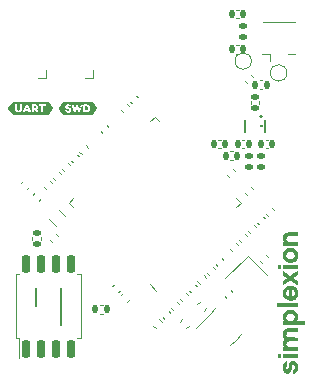
<source format=gbr>
%TF.GenerationSoftware,KiCad,Pcbnew,7.0.1*%
%TF.CreationDate,2023-06-21T14:48:41+02:00*%
%TF.ProjectId,rtl872xd-dev-board,72746c38-3732-4786-942d-6465762d626f,0.1.0*%
%TF.SameCoordinates,Original*%
%TF.FileFunction,Legend,Top*%
%TF.FilePolarity,Positive*%
%FSLAX46Y46*%
G04 Gerber Fmt 4.6, Leading zero omitted, Abs format (unit mm)*
G04 Created by KiCad (PCBNEW 7.0.1) date 2023-06-21 14:48:41*
%MOMM*%
%LPD*%
G01*
G04 APERTURE LIST*
G04 Aperture macros list*
%AMRoundRect*
0 Rectangle with rounded corners*
0 $1 Rounding radius*
0 $2 $3 $4 $5 $6 $7 $8 $9 X,Y pos of 4 corners*
0 Add a 4 corners polygon primitive as box body*
4,1,4,$2,$3,$4,$5,$6,$7,$8,$9,$2,$3,0*
0 Add four circle primitives for the rounded corners*
1,1,$1+$1,$2,$3*
1,1,$1+$1,$4,$5*
1,1,$1+$1,$6,$7*
1,1,$1+$1,$8,$9*
0 Add four rect primitives between the rounded corners*
20,1,$1+$1,$2,$3,$4,$5,0*
20,1,$1+$1,$4,$5,$6,$7,0*
20,1,$1+$1,$6,$7,$8,$9,0*
20,1,$1+$1,$8,$9,$2,$3,0*%
%AMHorizOval*
0 Thick line with rounded ends*
0 $1 width*
0 $2 $3 position (X,Y) of the first rounded end (center of the circle)*
0 $4 $5 position (X,Y) of the second rounded end (center of the circle)*
0 Add line between two ends*
20,1,$1,$2,$3,$4,$5,0*
0 Add two circle primitives to create the rounded ends*
1,1,$1,$2,$3*
1,1,$1,$4,$5*%
%AMRotRect*
0 Rectangle, with rotation*
0 The origin of the aperture is its center*
0 $1 length*
0 $2 width*
0 $3 Rotation angle, in degrees counterclockwise*
0 Add horizontal line*
21,1,$1,$2,0,0,$3*%
G04 Aperture macros list end*
%ADD10C,0.120000*%
%ADD11C,0.152000*%
%ADD12C,0.150000*%
%ADD13RoundRect,0.101600X-0.175000X-1.250000X0.175000X-1.250000X0.175000X1.250000X-0.175000X1.250000X0*%
%ADD14C,5.703200*%
%ADD15RoundRect,0.218750X0.424264X0.114905X0.114905X0.424264X-0.424264X-0.114905X-0.114905X-0.424264X0*%
%ADD16RoundRect,0.140000X-0.219203X-0.021213X-0.021213X-0.219203X0.219203X0.021213X0.021213X0.219203X0*%
%ADD17RoundRect,0.140000X0.219203X0.021213X0.021213X0.219203X-0.219203X-0.021213X-0.021213X-0.219203X0*%
%ADD18HorizOval,0.200000X-0.194454X0.194454X0.194454X-0.194454X0*%
%ADD19HorizOval,0.200000X0.194454X0.194454X-0.194454X-0.194454X0*%
%ADD20RotRect,1.550000X1.482500X135.000000*%
%ADD21RoundRect,0.147500X0.172500X-0.147500X0.172500X0.147500X-0.172500X0.147500X-0.172500X-0.147500X0*%
%ADD22RoundRect,0.140000X0.140000X0.170000X-0.140000X0.170000X-0.140000X-0.170000X0.140000X-0.170000X0*%
%ADD23C,1.000000*%
%ADD24RoundRect,0.140000X0.170000X-0.140000X0.170000X0.140000X-0.170000X0.140000X-0.170000X-0.140000X0*%
%ADD25RoundRect,0.140000X-0.140000X-0.170000X0.140000X-0.170000X0.140000X0.170000X-0.140000X0.170000X0*%
%ADD26RoundRect,0.150000X0.150000X-0.650000X0.150000X0.650000X-0.150000X0.650000X-0.150000X-0.650000X0*%
%ADD27RoundRect,0.135000X0.035355X-0.226274X0.226274X-0.035355X-0.035355X0.226274X-0.226274X0.035355X0*%
%ADD28R,1.000000X1.050000*%
%ADD29R,1.050000X2.200000*%
%ADD30RoundRect,0.140000X-0.021213X0.219203X-0.219203X0.021213X0.021213X-0.219203X0.219203X-0.021213X0*%
%ADD31RoundRect,0.140000X0.021213X-0.219203X0.219203X-0.021213X-0.021213X0.219203X-0.219203X0.021213X0*%
%ADD32RoundRect,0.150000X-0.309359X-0.521491X0.521491X0.309359X0.309359X0.521491X-0.521491X-0.309359X0*%
%ADD33RoundRect,0.135000X-0.035355X0.226274X-0.226274X0.035355X0.035355X-0.226274X0.226274X-0.035355X0*%
%ADD34R,0.280000X0.600000*%
%ADD35R,1.700000X0.300000*%
%ADD36R,0.280000X0.265000*%
%ADD37RoundRect,0.135000X-0.226274X-0.035355X-0.035355X-0.226274X0.226274X0.035355X0.035355X0.226274X0*%
%ADD38C,0.990600*%
%ADD39C,0.787400*%
%ADD40RoundRect,0.135000X0.226274X0.035355X0.035355X0.226274X-0.226274X-0.035355X-0.035355X-0.226274X0*%
%ADD41RotRect,0.900000X0.800000X225.000000*%
%ADD42RoundRect,0.135000X-0.135000X-0.185000X0.135000X-0.185000X0.135000X0.185000X-0.135000X0.185000X0*%
G04 APERTURE END LIST*
D10*
%TO.C,L4*%
X118636597Y-127928555D02*
X118071446Y-127363404D01*
X119428556Y-127136596D02*
X118863405Y-126571445D01*
%TO.C,C22*%
X135428307Y-127919190D02*
X135580810Y-128071693D01*
X134919190Y-128428307D02*
X135071693Y-128580810D01*
%TO.C,C6*%
X134821693Y-115830810D02*
X134669190Y-115678307D01*
X135330810Y-115321693D02*
X135178307Y-115169190D01*
%TO.C,C28*%
X122928307Y-119419190D02*
X123080810Y-119571693D01*
X122419190Y-119928307D02*
X122571693Y-120080810D01*
%TO.C,C14*%
X129321693Y-134330810D02*
X129169190Y-134178307D01*
X129830810Y-133821693D02*
X129678307Y-133669190D01*
%TO.C,U1*%
X134283200Y-126000000D02*
X133894291Y-126388909D01*
X126611091Y-132894291D02*
X127159099Y-133442299D01*
X133894291Y-125611091D02*
X134283200Y-126000000D01*
X120105709Y-126388909D02*
X119716800Y-126000000D01*
X127388909Y-119105709D02*
X127000000Y-118716800D01*
X119716800Y-126000000D02*
X120105709Y-125611091D01*
X127000000Y-118716800D02*
X126611091Y-119105709D01*
%TO.C,C19*%
X131928307Y-131419190D02*
X132080810Y-131571693D01*
X131419190Y-131928307D02*
X131571693Y-132080810D01*
%TO.C,C7*%
X134107836Y-113360000D02*
X133892164Y-113360000D01*
X134107836Y-112640000D02*
X133892164Y-112640000D01*
%TO.C,C31*%
X118928307Y-123419190D02*
X119080810Y-123571693D01*
X118419190Y-123928307D02*
X118571693Y-124080810D01*
%TO.C,C8*%
X134107836Y-110360000D02*
X133892164Y-110360000D01*
X134107836Y-109640000D02*
X133892164Y-109640000D01*
%TO.C,C24*%
X136571693Y-127080810D02*
X136419190Y-126928307D01*
X137080810Y-126571693D02*
X136928307Y-126419190D01*
%TO.C,TP1*%
X138200000Y-115000000D02*
G75*
G03*
X138200000Y-115000000I-700000J0D01*
G01*
%TO.C,C5*%
X135140000Y-117607836D02*
X135140000Y-117392164D01*
X135860000Y-117607836D02*
X135860000Y-117392164D01*
%TO.C,C13*%
X128571693Y-135080810D02*
X128419190Y-134928307D01*
X129080810Y-134571693D02*
X128928307Y-134419190D01*
%TO.C,C21*%
X134678307Y-128669190D02*
X134830810Y-128821693D01*
X134169190Y-129178307D02*
X134321693Y-129330810D01*
%TO.C,C17*%
X130071693Y-133580810D02*
X129919190Y-133428307D01*
X130580810Y-133071693D02*
X130428307Y-132919190D01*
%TO.C,kibuzzard-6492E3B2*%
G36*
X116248540Y-118054293D02*
G01*
X116121857Y-118054293D01*
X116184722Y-117923800D01*
X116248540Y-118054293D01*
G37*
G36*
X116933388Y-117835694D02*
G01*
X116961010Y-117899035D01*
X116933388Y-117961900D01*
X116878142Y-117982855D01*
X116756222Y-117982855D01*
X116756222Y-117814262D01*
X116876237Y-117814262D01*
X116933388Y-117835694D01*
G37*
G36*
X117028161Y-118553720D02*
G01*
X116429039Y-118553720D01*
X115473681Y-118553720D01*
X115167452Y-118553720D01*
X114969015Y-118553720D01*
X114610663Y-118016192D01*
X115167452Y-118016192D01*
X115172275Y-118078343D01*
X115186741Y-118137160D01*
X115210851Y-118192643D01*
X115244605Y-118244793D01*
X115287348Y-118289560D01*
X115341284Y-118324803D01*
X115404149Y-118347663D01*
X115473681Y-118355283D01*
X115543333Y-118347782D01*
X115606555Y-118325279D01*
X115661086Y-118290632D01*
X115676321Y-118275272D01*
X115835155Y-118275272D01*
X115848966Y-118307658D01*
X115890400Y-118336233D01*
X115941359Y-118352425D01*
X115971839Y-118343376D01*
X115988984Y-118325755D01*
X116003747Y-118298132D01*
X116053277Y-118195263D01*
X116317120Y-118195263D01*
X116366650Y-118298132D01*
X116381414Y-118326708D01*
X116398559Y-118344805D01*
X116429039Y-118353377D01*
X116479997Y-118337185D01*
X116521431Y-118307896D01*
X116535242Y-118275272D01*
X116529527Y-118258128D01*
X116587630Y-118258128D01*
X116593345Y-118307658D01*
X116618586Y-118334089D01*
X116671450Y-118342900D01*
X116720504Y-118336471D01*
X116745745Y-118317183D01*
X116754794Y-118291941D01*
X116756222Y-118259080D01*
X116756222Y-118151448D01*
X116876237Y-118151448D01*
X116905765Y-118149542D01*
X116942807Y-118237278D01*
X116967572Y-118294746D01*
X116980060Y-118321945D01*
X116997681Y-118340519D01*
X117028161Y-118349567D01*
X117077215Y-118336233D01*
X117121506Y-118308610D01*
X117136270Y-118275272D01*
X117121982Y-118225743D01*
X117095312Y-118165100D01*
X117073723Y-118115252D01*
X117057213Y-118076200D01*
X117096900Y-118025612D01*
X117120712Y-117966557D01*
X117128650Y-117899035D01*
X117122459Y-117839980D01*
X117103885Y-117786640D01*
X117075786Y-117741396D01*
X117047687Y-117713297D01*
X117164845Y-117713297D01*
X117169607Y-117753302D01*
X117188657Y-117775686D01*
X117233425Y-117782830D01*
X117416305Y-117782830D01*
X117416305Y-118260985D01*
X117417734Y-118293846D01*
X117426306Y-118318611D01*
X117451071Y-118338138D01*
X117498220Y-118343853D01*
X117545845Y-118338138D01*
X117571086Y-118318611D01*
X117579659Y-118294322D01*
X117581087Y-118261938D01*
X117581087Y-117782830D01*
X117763015Y-117782830D01*
X117811593Y-117774257D01*
X117827785Y-117753779D01*
X117832547Y-117714250D01*
X117827785Y-117674245D01*
X117808735Y-117651861D01*
X117763968Y-117644717D01*
X117234377Y-117644717D01*
X117185800Y-117653290D01*
X117169607Y-117673769D01*
X117164845Y-117713297D01*
X117047687Y-117713297D01*
X117041020Y-117706630D01*
X116987786Y-117672763D01*
X116933493Y-117652443D01*
X116878142Y-117645670D01*
X116672402Y-117645670D01*
X116623349Y-117652099D01*
X116598107Y-117671387D01*
X116589059Y-117696629D01*
X116587630Y-117729490D01*
X116587630Y-118258128D01*
X116529527Y-118258128D01*
X116519050Y-118226695D01*
X116261875Y-117695200D01*
X116230442Y-117658052D01*
X116185675Y-117645670D01*
X116140431Y-117659005D01*
X116108522Y-117694247D01*
X115851347Y-118226695D01*
X115835155Y-118275272D01*
X115676321Y-118275272D01*
X115704662Y-118246698D01*
X115738833Y-118193834D01*
X115763241Y-118138113D01*
X115777886Y-118079534D01*
X115782767Y-118018097D01*
X115782767Y-117730442D01*
X115777052Y-117680912D01*
X115764670Y-117660910D01*
X115739905Y-117649480D01*
X115696566Y-117644717D01*
X115651322Y-117650432D01*
X115623700Y-117671387D01*
X115614175Y-117723775D01*
X115614175Y-118015240D01*
X115605602Y-118078819D01*
X115579885Y-118134302D01*
X115536784Y-118172879D01*
X115476062Y-118185737D01*
X115408435Y-118169545D01*
X115365572Y-118126682D01*
X115344141Y-118072866D01*
X115336997Y-118016192D01*
X115336997Y-117730442D01*
X115325567Y-117670435D01*
X115300802Y-117650432D01*
X115252225Y-117644717D01*
X115203647Y-117650432D01*
X115177930Y-117670435D01*
X115168881Y-117695676D01*
X115167452Y-117729490D01*
X115167452Y-118016192D01*
X114610663Y-118016192D01*
X114599868Y-118000000D01*
X114969015Y-117446280D01*
X115167452Y-117446280D01*
X117832547Y-117446280D01*
X118030985Y-117446280D01*
X118400132Y-118000000D01*
X118030985Y-118553720D01*
X117832547Y-118553720D01*
X117498220Y-118553720D01*
X117028161Y-118553720D01*
G37*
%TO.C,C25*%
X133607836Y-122360000D02*
X133392164Y-122360000D01*
X133607836Y-121640000D02*
X133392164Y-121640000D01*
%TO.C,C27*%
X125428307Y-116919190D02*
X125580810Y-117071693D01*
X124919190Y-117428307D02*
X125071693Y-117580810D01*
%TO.C,C26*%
X132392164Y-120640000D02*
X132607836Y-120640000D01*
X132392164Y-121360000D02*
X132607836Y-121360000D01*
%TO.C,C2*%
X135178307Y-124669190D02*
X135330810Y-124821693D01*
X134669190Y-125178307D02*
X134821693Y-125330810D01*
%TO.C,U2*%
X115275000Y-137475000D02*
X115535000Y-137475000D01*
X115535000Y-137475000D02*
X115535000Y-139150000D01*
X120725000Y-137475000D02*
X120465000Y-137475000D01*
X115275000Y-134750000D02*
X115275000Y-137475000D01*
X115275000Y-134750000D02*
X115275000Y-132025000D01*
X120725000Y-134750000D02*
X120725000Y-137475000D01*
X120725000Y-134750000D02*
X120725000Y-132025000D01*
X115275000Y-132025000D02*
X115535000Y-132025000D01*
X120725000Y-132025000D02*
X120465000Y-132025000D01*
%TO.C,R5*%
X124122659Y-133839940D02*
X124339940Y-133622659D01*
X124660060Y-134377341D02*
X124877341Y-134160060D01*
%TO.C,G\u002A\u002A\u002A*%
G36*
X137738447Y-138979717D02*
G01*
X137738447Y-139143974D01*
X137589124Y-139143974D01*
X137439800Y-139143974D01*
X137439800Y-138979717D01*
X137439800Y-138815461D01*
X137589124Y-138815461D01*
X137738447Y-138815461D01*
X137738447Y-138979717D01*
G37*
G36*
X138227483Y-134488685D02*
G01*
X139134626Y-134492533D01*
X139138865Y-134653057D01*
X139143103Y-134813580D01*
X138231722Y-134813580D01*
X137320341Y-134813580D01*
X137320341Y-134649208D01*
X137320341Y-134484836D01*
X138227483Y-134488685D01*
G37*
G36*
X137738447Y-131423386D02*
G01*
X137738447Y-131588183D01*
X137588618Y-131588183D01*
X137438789Y-131588183D01*
X137443028Y-131427660D01*
X137447266Y-131267137D01*
X137592857Y-131262863D01*
X137738447Y-131258589D01*
X137738447Y-131423386D01*
G37*
G36*
X139138865Y-131427660D02*
G01*
X139143103Y-131588183D01*
X138507466Y-131588183D01*
X137871829Y-131588183D01*
X137876067Y-131427660D01*
X137880305Y-131267137D01*
X138507466Y-131267137D01*
X139134626Y-131267137D01*
X139138865Y-131427660D01*
G37*
G36*
X139142092Y-138972720D02*
G01*
X139140807Y-139051309D01*
X139136733Y-139103024D01*
X139129541Y-139130751D01*
X139123412Y-139137147D01*
X139104865Y-139138604D01*
X139059705Y-139139775D01*
X138991182Y-139140642D01*
X138902546Y-139141189D01*
X138797047Y-139141398D01*
X138677936Y-139141253D01*
X138548464Y-139140738D01*
X138492519Y-139140411D01*
X137880305Y-139136508D01*
X137876067Y-138975984D01*
X137871829Y-138815461D01*
X138506961Y-138815461D01*
X139142092Y-138815461D01*
X139142092Y-138972720D01*
G37*
G36*
X139138865Y-128657701D02*
G01*
X139134626Y-128818224D01*
X138716519Y-128825690D01*
X138592458Y-128828054D01*
X138494617Y-128830393D01*
X138419353Y-128832995D01*
X138363025Y-128836146D01*
X138321989Y-128840131D01*
X138292602Y-128845239D01*
X138271222Y-128851754D01*
X138254206Y-128859964D01*
X138250123Y-128862365D01*
X138199186Y-128909204D01*
X138168099Y-128971589D01*
X138156820Y-129042790D01*
X138165311Y-129116075D01*
X138193529Y-129184713D01*
X138241436Y-129241972D01*
X138252456Y-129250783D01*
X138266061Y-129259729D01*
X138282594Y-129266837D01*
X138305626Y-129272403D01*
X138338730Y-129276716D01*
X138385476Y-129280072D01*
X138449436Y-129282761D01*
X138534180Y-129285077D01*
X138643280Y-129287313D01*
X138713846Y-129288595D01*
X139134626Y-129296061D01*
X139138865Y-129456584D01*
X139143103Y-129617107D01*
X138507449Y-129617107D01*
X137871794Y-129617107D01*
X137876050Y-129464050D01*
X137880305Y-129310993D01*
X137928872Y-129306311D01*
X137977438Y-129301629D01*
X137941834Y-129254048D01*
X137896238Y-129187029D01*
X137868734Y-129127463D01*
X137855246Y-129063067D01*
X137851696Y-128982481D01*
X137864434Y-128860891D01*
X137902544Y-128754944D01*
X137965882Y-128664896D01*
X138054308Y-128591005D01*
X138076265Y-128577439D01*
X138116234Y-128555492D01*
X138155793Y-128537926D01*
X138198801Y-128524261D01*
X138249117Y-128514019D01*
X138310601Y-128506719D01*
X138387111Y-128501882D01*
X138482508Y-128499028D01*
X138600651Y-128497678D01*
X138720758Y-128497355D01*
X139143103Y-128497178D01*
X139138865Y-128657701D01*
G37*
G36*
X137871794Y-136321752D02*
G01*
X137876050Y-136168695D01*
X137880305Y-136015637D01*
X137935873Y-136011029D01*
X137991440Y-136006420D01*
X137939914Y-135928815D01*
X137906921Y-135868470D01*
X137877470Y-135796396D01*
X137863286Y-135749492D01*
X137849836Y-135686680D01*
X137848956Y-135675763D01*
X138156874Y-135675763D01*
X138165336Y-135753852D01*
X138194681Y-135828489D01*
X138245810Y-135895541D01*
X138319627Y-135950877D01*
X138361768Y-135971393D01*
X138423483Y-135987083D01*
X138499601Y-135992418D01*
X138576529Y-135987444D01*
X138640676Y-135972212D01*
X138645266Y-135970378D01*
X138732845Y-135920275D01*
X138798690Y-135854400D01*
X138841039Y-135776742D01*
X138858133Y-135691288D01*
X138848210Y-135602026D01*
X138830113Y-135551677D01*
X138779425Y-135474526D01*
X138707487Y-135417110D01*
X138616464Y-135380622D01*
X138508519Y-135366259D01*
X138494054Y-135366078D01*
X138396187Y-135378124D01*
X138313784Y-135411505D01*
X138247748Y-135462091D01*
X138198983Y-135525751D01*
X138168390Y-135598352D01*
X138156874Y-135675763D01*
X137848956Y-135675763D01*
X137845783Y-135636419D01*
X137850579Y-135583104D01*
X137856238Y-135549794D01*
X137894702Y-135418546D01*
X137957906Y-135303041D01*
X138044112Y-135205208D01*
X138151582Y-135126977D01*
X138278577Y-135070274D01*
X138292304Y-135065856D01*
X138379055Y-135047350D01*
X138480663Y-135038702D01*
X138583647Y-135040348D01*
X138674524Y-135052724D01*
X138677476Y-135053393D01*
X138795375Y-135093978D01*
X138903273Y-135156933D01*
X138997199Y-135238141D01*
X139073181Y-135333484D01*
X139127248Y-135438846D01*
X139155247Y-135548670D01*
X139158639Y-135659748D01*
X139142327Y-135768368D01*
X139108299Y-135866900D01*
X139058540Y-135947720D01*
X139048210Y-135959641D01*
X139017427Y-135993239D01*
X139356009Y-135993239D01*
X139694591Y-135993239D01*
X139694591Y-136157495D01*
X139694591Y-136321752D01*
X138783193Y-136321752D01*
X138499601Y-136321752D01*
X137871794Y-136321752D01*
G37*
G36*
X138474389Y-131076360D02*
G01*
X138348024Y-131057843D01*
X138229644Y-131016541D01*
X138122069Y-130955155D01*
X138028118Y-130876386D01*
X137950611Y-130782936D01*
X137892367Y-130677507D01*
X137856206Y-130562799D01*
X137848208Y-130476641D01*
X138149771Y-130476641D01*
X138172983Y-130555561D01*
X138220414Y-130628380D01*
X138291863Y-130690680D01*
X138326863Y-130711526D01*
X138369137Y-130729734D01*
X138416699Y-130739854D01*
X138479918Y-130743749D01*
X138507466Y-130743986D01*
X138578558Y-130741819D01*
X138630387Y-130734075D01*
X138673324Y-130718890D01*
X138688068Y-130711526D01*
X138746091Y-130672275D01*
X138798010Y-130622221D01*
X138836290Y-130569642D01*
X138852001Y-130531442D01*
X138860539Y-130496000D01*
X138866447Y-130475720D01*
X138868537Y-130440658D01*
X138859235Y-130390057D01*
X138841142Y-130334761D01*
X138823595Y-130297143D01*
X138783816Y-130245653D01*
X138727053Y-130198630D01*
X138717690Y-130192616D01*
X138679690Y-130170665D01*
X138646404Y-130157196D01*
X138608422Y-130150166D01*
X138556333Y-130147532D01*
X138508637Y-130147207D01*
X138440615Y-130148185D01*
X138393012Y-130152373D01*
X138356413Y-130161657D01*
X138321400Y-130177919D01*
X138303121Y-130188329D01*
X138227453Y-130247464D01*
X138176805Y-130318174D01*
X138150978Y-130396039D01*
X138149771Y-130476641D01*
X137848208Y-130476641D01*
X137844947Y-130441514D01*
X137854287Y-130349213D01*
X137893581Y-130214135D01*
X137956797Y-130094911D01*
X138041324Y-129993694D01*
X138144547Y-129912636D01*
X138263855Y-129853888D01*
X138396634Y-129819604D01*
X138507466Y-129811228D01*
X138649999Y-129825012D01*
X138781472Y-129865764D01*
X138899747Y-129932580D01*
X138995630Y-130016904D01*
X139065647Y-130103695D01*
X139114164Y-130194774D01*
X139147051Y-130301511D01*
X139150410Y-130316780D01*
X139163793Y-130386840D01*
X139169100Y-130441046D01*
X139166393Y-130492282D01*
X139155733Y-130553428D01*
X139151613Y-130572780D01*
X139109199Y-130700858D01*
X139042206Y-130814247D01*
X138953280Y-130910540D01*
X138845065Y-130987332D01*
X138720204Y-131042215D01*
X138605921Y-131069391D01*
X138507466Y-131074607D01*
X138474389Y-131076360D01*
G37*
G36*
X138281364Y-134241875D02*
G01*
X138161719Y-134184220D01*
X138057747Y-134106229D01*
X137971868Y-134011067D01*
X137906501Y-133901900D01*
X137864068Y-133781892D01*
X137846987Y-133654210D01*
X137848587Y-133628954D01*
X138137277Y-133628954D01*
X138144533Y-133714796D01*
X138161335Y-133767982D01*
X138190944Y-133815234D01*
X138229665Y-133857777D01*
X138270870Y-133895358D01*
X138308824Y-133923872D01*
X138332422Y-133936027D01*
X138365608Y-133944705D01*
X138365608Y-133639989D01*
X138365226Y-133548254D01*
X138364158Y-133467580D01*
X138362525Y-133402394D01*
X138360444Y-133357121D01*
X138358036Y-133336185D01*
X138357400Y-133335273D01*
X138335356Y-133342629D01*
X138299479Y-133360673D01*
X138260680Y-133383371D01*
X138229870Y-133404689D01*
X138225955Y-133407967D01*
X138180134Y-133466311D01*
X138149814Y-133542839D01*
X138137277Y-133628954D01*
X137848587Y-133628954D01*
X137854017Y-133543241D01*
X137888603Y-133408602D01*
X137946971Y-133290734D01*
X138027219Y-133191177D01*
X138127440Y-133111469D01*
X138245731Y-133053148D01*
X138380186Y-133017753D01*
X138518069Y-133006760D01*
X138634391Y-133006760D01*
X138634391Y-133477131D01*
X138634847Y-133627404D01*
X138636226Y-133748279D01*
X138638542Y-133840211D01*
X138641810Y-133903652D01*
X138646047Y-133939056D01*
X138650065Y-133947501D01*
X138684181Y-133937534D01*
X138728166Y-133911894D01*
X138771762Y-133876971D01*
X138785743Y-133862973D01*
X138839833Y-133789153D01*
X138867631Y-133709200D01*
X138873309Y-133641649D01*
X138864270Y-133551496D01*
X138835329Y-133478819D01*
X138785554Y-133418341D01*
X138738918Y-133374483D01*
X138738918Y-133205554D01*
X138740240Y-133126569D01*
X138744052Y-133070896D01*
X138750121Y-133041080D01*
X138754347Y-133036625D01*
X138781158Y-133044279D01*
X138823875Y-133064070D01*
X138873775Y-133091238D01*
X138922137Y-133121026D01*
X138960240Y-133148673D01*
X138961240Y-133149510D01*
X139036269Y-133230739D01*
X139096150Y-133332103D01*
X139138809Y-133446885D01*
X139162170Y-133568367D01*
X139164159Y-133689832D01*
X139152399Y-133768312D01*
X139108830Y-133896984D01*
X139041716Y-134011232D01*
X138954535Y-134108664D01*
X138850765Y-134186888D01*
X138733881Y-134243514D01*
X138607361Y-134276149D01*
X138474682Y-134282402D01*
X138414261Y-134276028D01*
X138365608Y-134263525D01*
X138281364Y-134241875D01*
G37*
G36*
X139137405Y-131751477D02*
G01*
X139139230Y-131789569D01*
X139139777Y-131846057D01*
X139138910Y-131915215D01*
X139138819Y-131919232D01*
X139134626Y-132100958D01*
X138929276Y-132226725D01*
X138860608Y-132269692D01*
X138802563Y-132307759D01*
X138759243Y-132338095D01*
X138734748Y-132357865D01*
X138730900Y-132363775D01*
X138745414Y-132375079D01*
X138780965Y-132398965D01*
X138833056Y-132432519D01*
X138897193Y-132472827D01*
X138939983Y-132499286D01*
X139142092Y-132623514D01*
X139142092Y-132801802D01*
X139141663Y-132877534D01*
X139139958Y-132927907D01*
X139136354Y-132957421D01*
X139130228Y-132970575D01*
X139120955Y-132971870D01*
X139118624Y-132971085D01*
X139100075Y-132960420D01*
X139060619Y-132935322D01*
X139003981Y-132898241D01*
X138933886Y-132851633D01*
X138854058Y-132797949D01*
X138798733Y-132760434D01*
X138715206Y-132704031D01*
X138639517Y-132653712D01*
X138575253Y-132611799D01*
X138526004Y-132580615D01*
X138495361Y-132562481D01*
X138487022Y-132558789D01*
X138470768Y-132566859D01*
X138433617Y-132589478D01*
X138379269Y-132624259D01*
X138311425Y-132668814D01*
X138233787Y-132720757D01*
X138190952Y-132749772D01*
X138109312Y-132805250D01*
X138035353Y-132855413D01*
X137972850Y-132897704D01*
X137925582Y-132929571D01*
X137897327Y-132948459D01*
X137891505Y-132952241D01*
X137883458Y-132950803D01*
X137877961Y-132932476D01*
X137874628Y-132893680D01*
X137873076Y-132830835D01*
X137872839Y-132778364D01*
X137872839Y-132593002D01*
X138052160Y-132484661D01*
X138117442Y-132444713D01*
X138173178Y-132409649D01*
X138214518Y-132382594D01*
X138236611Y-132366672D01*
X138238833Y-132364424D01*
X138229451Y-132352880D01*
X138198674Y-132329194D01*
X138150824Y-132296406D01*
X138090226Y-132257557D01*
X138063245Y-132240915D01*
X137880305Y-132129303D01*
X137876113Y-131948337D01*
X137875225Y-131878811D01*
X137875871Y-131821655D01*
X137877888Y-131782607D01*
X137881111Y-131767403D01*
X137881286Y-131767372D01*
X137895751Y-131775407D01*
X137931380Y-131797978D01*
X137984674Y-131832785D01*
X138052130Y-131877526D01*
X138130247Y-131929900D01*
X138188657Y-131969371D01*
X138486663Y-132171370D01*
X138806266Y-131954438D01*
X138892701Y-131895986D01*
X138970929Y-131843497D01*
X139037588Y-131799192D01*
X139089319Y-131765293D01*
X139122761Y-131744021D01*
X139134440Y-131737507D01*
X139137405Y-131751477D01*
G37*
G36*
X139138873Y-136765180D02*
G01*
X139134626Y-136926513D01*
X138716519Y-136933980D01*
X138592458Y-136936343D01*
X138494617Y-136938683D01*
X138419353Y-136941284D01*
X138363025Y-136944435D01*
X138321989Y-136948421D01*
X138292602Y-136953528D01*
X138271222Y-136960043D01*
X138254206Y-136968253D01*
X138250123Y-136970655D01*
X138199189Y-137017488D01*
X138167990Y-137079841D01*
X138156500Y-137150846D01*
X138164689Y-137223634D01*
X138192529Y-137291336D01*
X138239991Y-137347083D01*
X138251723Y-137356114D01*
X138266588Y-137365917D01*
X138282954Y-137373671D01*
X138304458Y-137379696D01*
X138334737Y-137384310D01*
X138377429Y-137387833D01*
X138436173Y-137390583D01*
X138514606Y-137392881D01*
X138616365Y-137395044D01*
X138716519Y-137396884D01*
X139134626Y-137404350D01*
X139138854Y-137563801D01*
X139143081Y-137723251D01*
X138735679Y-137728057D01*
X138613199Y-137729656D01*
X138516770Y-137731415D01*
X138442578Y-137733617D01*
X138386809Y-137736545D01*
X138345649Y-137740483D01*
X138315283Y-137745712D01*
X138291899Y-137752517D01*
X138271683Y-137761180D01*
X138268547Y-137762727D01*
X138209527Y-137807034D01*
X138172060Y-137866400D01*
X138156183Y-137935174D01*
X138161935Y-138007705D01*
X138189353Y-138078339D01*
X138238474Y-138141427D01*
X138265877Y-138164529D01*
X138279665Y-138173741D01*
X138295702Y-138181001D01*
X138317595Y-138186589D01*
X138348951Y-138190784D01*
X138393375Y-138193868D01*
X138454475Y-138196118D01*
X138535855Y-138197816D01*
X138641124Y-138199242D01*
X138725048Y-138200165D01*
X139142092Y-138204564D01*
X139142092Y-138368155D01*
X139142092Y-138531746D01*
X138507466Y-138531746D01*
X137872839Y-138531746D01*
X137872839Y-138374956D01*
X137872839Y-138218165D01*
X137934306Y-138218165D01*
X137995773Y-138218165D01*
X137942369Y-138159053D01*
X137889547Y-138079419D01*
X137858514Y-137986001D01*
X137848936Y-137885078D01*
X137860478Y-137782925D01*
X137892806Y-137685823D01*
X137945584Y-137600047D01*
X137973814Y-137568865D01*
X138019156Y-137524327D01*
X137973639Y-137472486D01*
X137906534Y-137375815D01*
X137866189Y-137268058D01*
X137851606Y-137146468D01*
X137851523Y-137135567D01*
X137853909Y-137068949D01*
X137860160Y-137005193D01*
X137868975Y-136957197D01*
X137869867Y-136954029D01*
X137911678Y-136860263D01*
X137976789Y-136773119D01*
X138058639Y-136699312D01*
X138150663Y-136645560D01*
X138183707Y-136632845D01*
X138219349Y-136626297D01*
X138284039Y-136620715D01*
X138377968Y-136616091D01*
X138501325Y-136612416D01*
X138654302Y-136609681D01*
X138690901Y-136609217D01*
X139143119Y-136603847D01*
X139138873Y-136765180D01*
G37*
G36*
X138801281Y-139361221D02*
G01*
X138898377Y-139391744D01*
X138984581Y-139447306D01*
X139056953Y-139525704D01*
X139112552Y-139624738D01*
X139134606Y-139686156D01*
X139150971Y-139761370D01*
X139161323Y-139850052D01*
X139164855Y-139939656D01*
X139160761Y-140017640D01*
X139157367Y-140039917D01*
X139120932Y-140168998D01*
X139065176Y-140280742D01*
X138992216Y-140372649D01*
X138904166Y-140442217D01*
X138803145Y-140486945D01*
X138772516Y-140494743D01*
X138723985Y-140505193D01*
X138723985Y-140341469D01*
X138724313Y-140269457D01*
X138726089Y-140221290D01*
X138730501Y-140190948D01*
X138738738Y-140172412D01*
X138751990Y-140159663D01*
X138761124Y-140153409D01*
X138790931Y-140125155D01*
X138821776Y-140083023D01*
X138831693Y-140065831D01*
X138854686Y-140003524D01*
X138865352Y-139932565D01*
X138864556Y-139859777D01*
X138853164Y-139791981D01*
X138832042Y-139735999D01*
X138802055Y-139698652D01*
X138783879Y-139689058D01*
X138747718Y-139683593D01*
X138717501Y-139694102D01*
X138691757Y-139723210D01*
X138669013Y-139773544D01*
X138647799Y-139847732D01*
X138626643Y-139948400D01*
X138620800Y-139980188D01*
X138594445Y-140106624D01*
X138564787Y-140207586D01*
X138530114Y-140287424D01*
X138488712Y-140350487D01*
X138464137Y-140377910D01*
X138387825Y-140436801D01*
X138304277Y-140466782D01*
X138213033Y-140467954D01*
X138139713Y-140450141D01*
X138050785Y-140404458D01*
X137975084Y-140334005D01*
X137914789Y-140241761D01*
X137872080Y-140130701D01*
X137857115Y-140064061D01*
X137845584Y-139927785D01*
X137858420Y-139799534D01*
X137894013Y-139682360D01*
X137950750Y-139579318D01*
X138027018Y-139493462D01*
X138121205Y-139427846D01*
X138212551Y-139390734D01*
X138227125Y-139387396D01*
X138236725Y-139390827D01*
X138242389Y-139405879D01*
X138245156Y-139437402D01*
X138246064Y-139490248D01*
X138246149Y-139547726D01*
X138245787Y-139620766D01*
X138243947Y-139670040D01*
X138239497Y-139701646D01*
X138231307Y-139721680D01*
X138218245Y-139736241D01*
X138209899Y-139743087D01*
X138170148Y-139793192D01*
X138148002Y-139866569D01*
X138143763Y-139962146D01*
X138144442Y-139974592D01*
X138150504Y-140033158D01*
X138161739Y-140071983D01*
X138181439Y-140101132D01*
X138188094Y-140108109D01*
X138221874Y-140133985D01*
X138251146Y-140137872D01*
X138276928Y-140118276D01*
X138300240Y-140073707D01*
X138322100Y-140002671D01*
X138343528Y-139903678D01*
X138349367Y-139871991D01*
X138379824Y-139726871D01*
X138415038Y-139609238D01*
X138456492Y-139516893D01*
X138505669Y-139447638D01*
X138564052Y-139399275D01*
X138633125Y-139369605D01*
X138696233Y-139357938D01*
X138801281Y-139361221D01*
G37*
%TO.C,J1*%
X136100000Y-113385000D02*
X136740000Y-113385000D01*
X136740000Y-113385000D02*
X136740000Y-114015000D01*
X138900000Y-113385000D02*
X138260000Y-113385000D01*
X136150000Y-110665000D02*
X138850000Y-110665000D01*
%TO.C,C12*%
X133071693Y-134080810D02*
X132919190Y-133928307D01*
X133580810Y-133571693D02*
X133428307Y-133419190D01*
%TO.C,R7*%
X130622659Y-134589940D02*
X130839940Y-134372659D01*
X131160060Y-135127341D02*
X131377341Y-134910060D01*
%TO.C,C35*%
X124080810Y-133428307D02*
X123928307Y-133580810D01*
X123571693Y-132919190D02*
X123419190Y-133071693D01*
%TO.C,C16*%
X115669190Y-124321693D02*
X115821693Y-124169190D01*
X116178307Y-124830810D02*
X116330810Y-124678307D01*
%TO.C,C3*%
X134607836Y-121360000D02*
X134392164Y-121360000D01*
X134607836Y-120640000D02*
X134392164Y-120640000D01*
%TO.C,U4*%
X131646913Y-135396913D02*
X130462510Y-136581317D01*
X131646913Y-135396913D02*
X132106533Y-134937294D01*
X133853087Y-137603087D02*
X133393467Y-138062706D01*
X133853087Y-137603087D02*
X134312706Y-137143467D01*
%TO.C,R4*%
X129877341Y-136410060D02*
X129660060Y-136627341D01*
X129339940Y-135872659D02*
X129122659Y-136089940D01*
D11*
%TO.C,U3*%
X119076000Y-136326000D02*
X119076000Y-133174000D01*
X116924000Y-133174000D02*
X116924000Y-134750000D01*
%TO.C,DP1*%
X136376000Y-119024000D02*
X136376000Y-119976000D01*
X134624000Y-119024000D02*
X134624000Y-119976000D01*
D12*
X136075000Y-118710000D02*
G75*
G03*
X136075000Y-118710000I-75000J0D01*
G01*
G36*
X136140000Y-119600000D02*
G01*
X135940000Y-119600000D01*
X135940000Y-119400000D01*
X136140000Y-119400000D01*
X136140000Y-119600000D01*
G37*
D10*
%TO.C,C32*%
X118178307Y-124169190D02*
X118330810Y-124321693D01*
X117669190Y-124678307D02*
X117821693Y-124830810D01*
%TO.C,C18*%
X133571693Y-130080810D02*
X133419190Y-129928307D01*
X134080810Y-129571693D02*
X133928307Y-129419190D01*
%TO.C,C4*%
X133321693Y-123830810D02*
X133169190Y-123678307D01*
X133830810Y-123321693D02*
X133678307Y-123169190D01*
%TO.C,C11*%
X136428307Y-130419190D02*
X136580810Y-130571693D01*
X135919190Y-130928307D02*
X136071693Y-131080810D01*
%TO.C,C36*%
X127821693Y-135830810D02*
X127669190Y-135678307D01*
X128330810Y-135321693D02*
X128178307Y-135169190D01*
%TO.C,C15*%
X124321693Y-118330810D02*
X124169190Y-118178307D01*
X124830810Y-117821693D02*
X124678307Y-117669190D01*
%TO.C,R6*%
X121160060Y-121122659D02*
X121377341Y-121339940D01*
X120622659Y-121660060D02*
X120839940Y-121877341D01*
%TO.C,C1*%
X136392164Y-120640000D02*
X136607836Y-120640000D01*
X136392164Y-121360000D02*
X136607836Y-121360000D01*
%TO.C,TP2*%
X135200000Y-114000000D02*
G75*
G03*
X135200000Y-114000000I-700000J0D01*
G01*
%TO.C,C29*%
X120428307Y-121919190D02*
X120580810Y-122071693D01*
X119919190Y-122428307D02*
X120071693Y-122580810D01*
%TO.C,J4*%
X117770000Y-115405000D02*
X117135000Y-115405000D01*
X117770000Y-114770000D02*
X117770000Y-115405000D01*
%TO.C,R2*%
X130839940Y-132877341D02*
X130622659Y-132660060D01*
X131377341Y-132339940D02*
X131160060Y-132122659D01*
%TO.C,J3*%
X121770000Y-115405000D02*
X121135000Y-115405000D01*
X121770000Y-114770000D02*
X121770000Y-115405000D01*
%TO.C,C30*%
X119321693Y-123330810D02*
X119169190Y-123178307D01*
X119830810Y-122821693D02*
X119678307Y-122669190D01*
%TO.C,C20*%
X132321693Y-131330810D02*
X132169190Y-131178307D01*
X132830810Y-130821693D02*
X132678307Y-130669190D01*
%TO.C,C33*%
X116669190Y-125321693D02*
X116821693Y-125169190D01*
X117178307Y-125830810D02*
X117330810Y-125678307D01*
%TO.C,C9*%
X135892164Y-115640000D02*
X136107836Y-115640000D01*
X135892164Y-116360000D02*
X136107836Y-116360000D01*
%TO.C,C10*%
X116640000Y-129107836D02*
X116640000Y-128892164D01*
X117360000Y-129107836D02*
X117360000Y-128892164D01*
%TO.C,Y1*%
X136517767Y-132108579D02*
X134891421Y-130482233D01*
X134891421Y-130482233D02*
X132982233Y-132391421D01*
%TO.C,C23*%
X135821693Y-127830810D02*
X135669190Y-127678307D01*
X136330810Y-127321693D02*
X136178307Y-127169190D01*
%TO.C,kibuzzard-6492E3AE*%
G36*
X121284027Y-117833432D02*
G01*
X121342486Y-117872365D01*
X121382848Y-117930587D01*
X121396303Y-118001429D01*
X121382491Y-118072033D01*
X121341058Y-118129540D01*
X121282479Y-118167759D01*
X121217233Y-118180499D01*
X121124840Y-118180499D01*
X121124840Y-117820454D01*
X121216280Y-117820454D01*
X121284027Y-117833432D01*
G37*
G36*
X120629064Y-118558006D02*
G01*
X119688470Y-118558006D01*
X119435105Y-118558006D01*
X119236668Y-118558006D01*
X118996109Y-118197168D01*
X119435105Y-118197168D01*
X119459870Y-118251936D01*
X119468443Y-118262414D01*
X119496065Y-118291465D01*
X119538928Y-118321469D01*
X119603698Y-118348615D01*
X119644893Y-118356830D01*
X119688470Y-118359569D01*
X119745726Y-118353960D01*
X119800653Y-118337132D01*
X119853253Y-118309086D01*
X119889448Y-118278011D01*
X119918023Y-118236220D01*
X119936596Y-118185380D01*
X119942788Y-118127159D01*
X119936715Y-118070128D01*
X119918499Y-118022860D01*
X119891233Y-117986784D01*
X119858015Y-117963329D01*
X119820153Y-117947493D01*
X119778958Y-117934277D01*
X119737762Y-117923919D01*
X119699900Y-117916656D01*
X119639416Y-117894749D01*
X119615128Y-117852362D01*
X119635606Y-117811405D01*
X119687041Y-117796641D01*
X119738000Y-117809024D01*
X119752764Y-117821406D01*
X119763718Y-117830931D01*
X119813248Y-117849981D01*
X119847061Y-117838075D01*
X119879923Y-117802356D01*
X119902783Y-117749969D01*
X119881691Y-117716631D01*
X119980888Y-117716631D01*
X119991365Y-117763304D01*
X120175198Y-118291941D01*
X120181865Y-118306229D01*
X120208059Y-118334804D01*
X120258065Y-118349091D01*
X120310453Y-118327184D01*
X120325693Y-118308134D01*
X120334265Y-118291941D01*
X120339180Y-118277387D01*
X120352401Y-118238296D01*
X120373927Y-118174669D01*
X120403759Y-118086506D01*
X120441898Y-117973806D01*
X120553340Y-118302419D01*
X120580486Y-118333375D01*
X120629064Y-118349091D01*
X120677641Y-118333375D01*
X120702883Y-118308134D01*
X120709550Y-118291941D01*
X120719106Y-118264319D01*
X120956248Y-118264319D01*
X120967678Y-118325279D01*
X120992919Y-118343138D01*
X121040068Y-118349091D01*
X121214375Y-118349091D01*
X121284533Y-118342602D01*
X121349273Y-118323136D01*
X121408596Y-118290691D01*
X121462501Y-118245269D01*
X121507299Y-118190768D01*
X121539297Y-118131088D01*
X121558495Y-118066229D01*
X121564895Y-117996190D01*
X121558347Y-117926419D01*
X121538701Y-117862364D01*
X121505959Y-117804023D01*
X121460120Y-117751398D01*
X121405649Y-117707850D01*
X121347011Y-117676745D01*
X121284205Y-117658082D01*
X121217233Y-117651861D01*
X121041020Y-117650909D01*
X120991966Y-117657338D01*
X120966725Y-117676626D01*
X120957676Y-117701391D01*
X120956248Y-117734729D01*
X120956248Y-118264319D01*
X120719106Y-118264319D01*
X120892430Y-117763304D01*
X120903860Y-117716631D01*
X120887906Y-117682341D01*
X120840043Y-117655671D01*
X120795275Y-117646146D01*
X120763366Y-117656147D01*
X120745745Y-117676626D01*
X120733363Y-117709011D01*
X120628588Y-118029051D01*
X120519050Y-117698534D01*
X120492380Y-117667577D01*
X120447136Y-117651861D01*
X120407608Y-117658529D01*
X120377842Y-117679960D01*
X120359030Y-117713774D01*
X120255208Y-118027146D01*
X120150433Y-117709011D01*
X120129001Y-117662339D01*
X120094711Y-117647099D01*
X120044705Y-117656624D01*
X119996842Y-117682579D01*
X119980888Y-117716631D01*
X119881691Y-117716631D01*
X119873255Y-117703296D01*
X119849443Y-117685199D01*
X119784196Y-117655195D01*
X119734547Y-117644122D01*
X119679898Y-117640431D01*
X119613170Y-117647363D01*
X119556496Y-117668160D01*
X119509876Y-117702820D01*
X119475216Y-117746794D01*
X119454420Y-117795530D01*
X119447487Y-117849029D01*
X119453560Y-117905583D01*
X119471776Y-117953327D01*
X119499042Y-117990832D01*
X119532260Y-118016669D01*
X119569884Y-118035362D01*
X119610365Y-118051435D01*
X119650846Y-118064175D01*
X119688470Y-118072866D01*
X119748954Y-118094298D01*
X119773243Y-118130969D01*
X119763400Y-118171185D01*
X119733873Y-118195315D01*
X119684660Y-118203359D01*
X119638940Y-118188595D01*
X119600840Y-118157639D01*
X119558454Y-118121920D01*
X119526545Y-118110014D01*
X119476063Y-118132874D01*
X119445344Y-118168950D01*
X119435105Y-118197168D01*
X118996109Y-118197168D01*
X118864663Y-118000000D01*
X119236668Y-117441994D01*
X119435105Y-117441994D01*
X121564895Y-117441994D01*
X121763333Y-117441994D01*
X122135337Y-118000000D01*
X121763333Y-118558006D01*
X121564895Y-118558006D01*
X121214375Y-118558006D01*
X120629064Y-118558006D01*
G37*
%TO.C,R1*%
X122346359Y-134620000D02*
X122653641Y-134620000D01*
X122346359Y-135380000D02*
X122653641Y-135380000D01*
%TO.C,C34*%
X118678307Y-128669190D02*
X118830810Y-128821693D01*
X118169190Y-129178307D02*
X118321693Y-129330810D01*
%TO.C,R3*%
X127089940Y-136627341D02*
X126872659Y-136410060D01*
X127627341Y-136089940D02*
X127410060Y-135872659D01*
%TD*%
%LPC*%
D13*
%TO.C,J2*%
X136250000Y-144000000D03*
X135750000Y-144000000D03*
X135250000Y-144000000D03*
X134750000Y-144000000D03*
X134250000Y-144000000D03*
X133750000Y-144000000D03*
X131250000Y-144000000D03*
X130750000Y-144000000D03*
X130250000Y-144000000D03*
X129750000Y-144000000D03*
X129250000Y-144000000D03*
X128750000Y-144000000D03*
X128250000Y-144000000D03*
X127750000Y-144000000D03*
X127250000Y-144000000D03*
X126750000Y-144000000D03*
X126250000Y-144000000D03*
X125750000Y-144000000D03*
X125250000Y-144000000D03*
X124750000Y-144000000D03*
X124250000Y-144000000D03*
X123750000Y-144000000D03*
X123250000Y-144000000D03*
X122750000Y-144000000D03*
X122250000Y-144000000D03*
X121750000Y-144000000D03*
X121250000Y-144000000D03*
X120750000Y-144000000D03*
X120250000Y-144000000D03*
X119750000Y-144000000D03*
X119250000Y-144000000D03*
X118750000Y-144000000D03*
X118250000Y-144000000D03*
X117750000Y-144000000D03*
D14*
X127000000Y-113250000D03*
%TD*%
D15*
%TO.C,L4*%
X119501302Y-128001301D03*
X117998700Y-126498699D03*
%TD*%
D16*
%TO.C,C22*%
X134910589Y-127910589D03*
X135589411Y-128589411D03*
%TD*%
D17*
%TO.C,C6*%
X135339411Y-115839411D03*
X134660589Y-115160589D03*
%TD*%
D16*
%TO.C,C28*%
X122410589Y-119410589D03*
X123089411Y-120089411D03*
%TD*%
D17*
%TO.C,C14*%
X129839411Y-134339411D03*
X129160589Y-133660589D03*
%TD*%
D18*
%TO.C,U1*%
X127548008Y-132487705D03*
X127830850Y-132204862D03*
X128113693Y-131922019D03*
X128396536Y-131639177D03*
X128679379Y-131356334D03*
X128962221Y-131073491D03*
X129245064Y-130790648D03*
X129527907Y-130507806D03*
X129810749Y-130224963D03*
X130093592Y-129942120D03*
X130376435Y-129659278D03*
X130659278Y-129376435D03*
X130942120Y-129093592D03*
X131224963Y-128810749D03*
X131507806Y-128527907D03*
X131790648Y-128245064D03*
X132073491Y-127962221D03*
X132356334Y-127679379D03*
X132639177Y-127396536D03*
X132922019Y-127113693D03*
X133204862Y-126830850D03*
X133487705Y-126548008D03*
D19*
X133487705Y-125451992D03*
X133204862Y-125169150D03*
X132922019Y-124886307D03*
X132639177Y-124603464D03*
X132356334Y-124320621D03*
X132073491Y-124037779D03*
X131790648Y-123754936D03*
X131507806Y-123472093D03*
X131224963Y-123189251D03*
X130942120Y-122906408D03*
X130659278Y-122623565D03*
X130376435Y-122340722D03*
X130093592Y-122057880D03*
X129810749Y-121775037D03*
X129527907Y-121492194D03*
X129245064Y-121209352D03*
X128962221Y-120926509D03*
X128679379Y-120643666D03*
X128396536Y-120360823D03*
X128113693Y-120077981D03*
X127830850Y-119795138D03*
X127548008Y-119512295D03*
D18*
X126451992Y-119512295D03*
X126169150Y-119795138D03*
X125886307Y-120077981D03*
X125603464Y-120360823D03*
X125320621Y-120643666D03*
X125037779Y-120926509D03*
X124754936Y-121209352D03*
X124472093Y-121492194D03*
X124189251Y-121775037D03*
X123906408Y-122057880D03*
X123623565Y-122340722D03*
X123340722Y-122623565D03*
X123057880Y-122906408D03*
X122775037Y-123189251D03*
X122492194Y-123472093D03*
X122209352Y-123754936D03*
X121926509Y-124037779D03*
X121643666Y-124320621D03*
X121360823Y-124603464D03*
X121077981Y-124886307D03*
X120795138Y-125169150D03*
X120512295Y-125451992D03*
D19*
X120512295Y-126548008D03*
X120795138Y-126830850D03*
X121077981Y-127113693D03*
X121360823Y-127396536D03*
X121643666Y-127679379D03*
X121926509Y-127962221D03*
X122209352Y-128245064D03*
X122492194Y-128527907D03*
X122775037Y-128810749D03*
X123057880Y-129093592D03*
X123340722Y-129376435D03*
X123623565Y-129659278D03*
X123906408Y-129942120D03*
X124189251Y-130224963D03*
X124472093Y-130507806D03*
X124754936Y-130790648D03*
X125037779Y-131073491D03*
X125320621Y-131356334D03*
X125603464Y-131639177D03*
X125886307Y-131922019D03*
X126169150Y-132204862D03*
X126451992Y-132487705D03*
D20*
X127442826Y-129198774D03*
X128491111Y-128150488D03*
X129539397Y-127102203D03*
X130587683Y-126053917D03*
X126346810Y-128102759D03*
X127395096Y-127054473D03*
X128443382Y-126006187D03*
X129491668Y-124957901D03*
X125250795Y-127006743D03*
X126299080Y-125958457D03*
X127347366Y-124910172D03*
X128395652Y-123861886D03*
X124154779Y-125910728D03*
X125203065Y-124862442D03*
X126251351Y-123814156D03*
X127299636Y-122765870D03*
%TD*%
D16*
%TO.C,C19*%
X131410589Y-131410589D03*
X132089411Y-132089411D03*
%TD*%
D21*
%TO.C,L1*%
X136000000Y-122985000D03*
X136000000Y-122015000D03*
%TD*%
D22*
%TO.C,C7*%
X134480000Y-113000000D03*
X133520000Y-113000000D03*
%TD*%
D16*
%TO.C,C31*%
X118410589Y-123410589D03*
X119089411Y-124089411D03*
%TD*%
D22*
%TO.C,C8*%
X134480000Y-110000000D03*
X133520000Y-110000000D03*
%TD*%
D17*
%TO.C,C24*%
X137089411Y-127089411D03*
X136410589Y-126410589D03*
%TD*%
D23*
%TO.C,TP1*%
X137500000Y-115000000D03*
%TD*%
D24*
%TO.C,C5*%
X135500000Y-117980000D03*
X135500000Y-117020000D03*
%TD*%
D17*
%TO.C,C13*%
X129089411Y-135089411D03*
X128410589Y-134410589D03*
%TD*%
D16*
%TO.C,C21*%
X134160589Y-128660589D03*
X134839411Y-129339411D03*
%TD*%
D17*
%TO.C,C17*%
X130589411Y-133589411D03*
X129910589Y-132910589D03*
%TD*%
D22*
%TO.C,C25*%
X133980000Y-122000000D03*
X133020000Y-122000000D03*
%TD*%
D16*
%TO.C,C27*%
X124910589Y-116910589D03*
X125589411Y-117589411D03*
%TD*%
D25*
%TO.C,C26*%
X132020000Y-121000000D03*
X132980000Y-121000000D03*
%TD*%
D16*
%TO.C,C2*%
X134660589Y-124660589D03*
X135339411Y-125339411D03*
%TD*%
D26*
%TO.C,U2*%
X116095000Y-138350000D03*
X117365000Y-138350000D03*
X118635000Y-138350000D03*
X119905000Y-138350000D03*
X119905000Y-131150000D03*
X118635000Y-131150000D03*
X117365000Y-131150000D03*
X116095000Y-131150000D03*
%TD*%
D27*
%TO.C,R5*%
X124139376Y-134360624D03*
X124860624Y-133639376D03*
%TD*%
D28*
%TO.C,J1*%
X137500000Y-113550000D03*
D29*
X136025000Y-112025000D03*
X138975000Y-112025000D03*
%TD*%
D17*
%TO.C,C12*%
X133589411Y-134089411D03*
X132910589Y-133410589D03*
%TD*%
D27*
%TO.C,R7*%
X130639376Y-135110624D03*
X131360624Y-134389376D03*
%TD*%
D30*
%TO.C,C35*%
X124089411Y-132910589D03*
X123410589Y-133589411D03*
%TD*%
D31*
%TO.C,C16*%
X115660589Y-124839411D03*
X116339411Y-124160589D03*
%TD*%
D22*
%TO.C,C3*%
X134980000Y-121000000D03*
X134020000Y-121000000D03*
%TD*%
D32*
%TO.C,U4*%
X131415336Y-136491161D03*
X132758839Y-137834664D03*
X133412913Y-135837087D03*
%TD*%
D33*
%TO.C,R4*%
X129860624Y-135889376D03*
X129139376Y-136610624D03*
%TD*%
D34*
%TO.C,U3*%
X117250000Y-136257000D03*
X117750000Y-136257000D03*
X118250000Y-136257000D03*
X118750000Y-136257000D03*
X118750000Y-133243000D03*
X118250000Y-133243000D03*
X117750000Y-133243000D03*
X117250000Y-133243000D03*
D35*
X118000000Y-134750000D03*
%TD*%
D36*
%TO.C,DP1*%
X136000000Y-119143000D03*
X135500000Y-119143000D03*
X135000000Y-119143000D03*
X135000000Y-119857000D03*
X135500000Y-119857000D03*
X136000000Y-119857000D03*
%TD*%
D16*
%TO.C,C32*%
X117660589Y-124160589D03*
X118339411Y-124839411D03*
%TD*%
D17*
%TO.C,C18*%
X134089411Y-130089411D03*
X133410589Y-129410589D03*
%TD*%
%TO.C,C4*%
X133839411Y-123839411D03*
X133160589Y-123160589D03*
%TD*%
D16*
%TO.C,C11*%
X135910589Y-130410589D03*
X136589411Y-131089411D03*
%TD*%
D17*
%TO.C,C36*%
X128339411Y-135839411D03*
X127660589Y-135160589D03*
%TD*%
%TO.C,C15*%
X124839411Y-118339411D03*
X124160589Y-117660589D03*
%TD*%
D21*
%TO.C,L2*%
X135000000Y-122970000D03*
X135000000Y-122000000D03*
%TD*%
D37*
%TO.C,R6*%
X120639376Y-121139376D03*
X121360624Y-121860624D03*
%TD*%
D25*
%TO.C,C1*%
X136020000Y-121000000D03*
X136980000Y-121000000D03*
%TD*%
D23*
%TO.C,TP2*%
X134500000Y-114000000D03*
%TD*%
D16*
%TO.C,C29*%
X119910589Y-121910589D03*
X120589411Y-122589411D03*
%TD*%
D38*
%TO.C,J4*%
X116500000Y-116040000D03*
X115484000Y-110960000D03*
X117516000Y-110960000D03*
D39*
X117135000Y-114770000D03*
X115865000Y-114770000D03*
X117135000Y-113500000D03*
X115865000Y-113500000D03*
X117135000Y-112230000D03*
X115865000Y-112230000D03*
%TD*%
D40*
%TO.C,R2*%
X131360624Y-132860624D03*
X130639376Y-132139376D03*
%TD*%
D38*
%TO.C,J3*%
X120500000Y-116040000D03*
X119484000Y-110960000D03*
X121516000Y-110960000D03*
D39*
X121135000Y-114770000D03*
X119865000Y-114770000D03*
X121135000Y-113500000D03*
X119865000Y-113500000D03*
X121135000Y-112230000D03*
X119865000Y-112230000D03*
%TD*%
D17*
%TO.C,C30*%
X119839411Y-123339411D03*
X119160589Y-122660589D03*
%TD*%
%TO.C,C20*%
X132839411Y-131339411D03*
X132160589Y-130660589D03*
%TD*%
D21*
%TO.C,L3*%
X134500000Y-111985000D03*
X134500000Y-111015000D03*
%TD*%
D31*
%TO.C,C33*%
X116660589Y-125839411D03*
X117339411Y-125160589D03*
%TD*%
D25*
%TO.C,C9*%
X135520000Y-116000000D03*
X136480000Y-116000000D03*
%TD*%
D24*
%TO.C,C10*%
X117000000Y-129480000D03*
X117000000Y-128520000D03*
%TD*%
D41*
%TO.C,Y1*%
X134856066Y-131366117D03*
X133866117Y-132356066D03*
X134643934Y-133133883D03*
X135633883Y-132143934D03*
%TD*%
D17*
%TO.C,C23*%
X136339411Y-127839411D03*
X135660589Y-127160589D03*
%TD*%
D42*
%TO.C,R1*%
X121990000Y-135000000D03*
X123010000Y-135000000D03*
%TD*%
D16*
%TO.C,C34*%
X118160589Y-128660589D03*
X118839411Y-129339411D03*
%TD*%
D40*
%TO.C,R3*%
X127610624Y-136610624D03*
X126889376Y-135889376D03*
%TD*%
M02*

</source>
